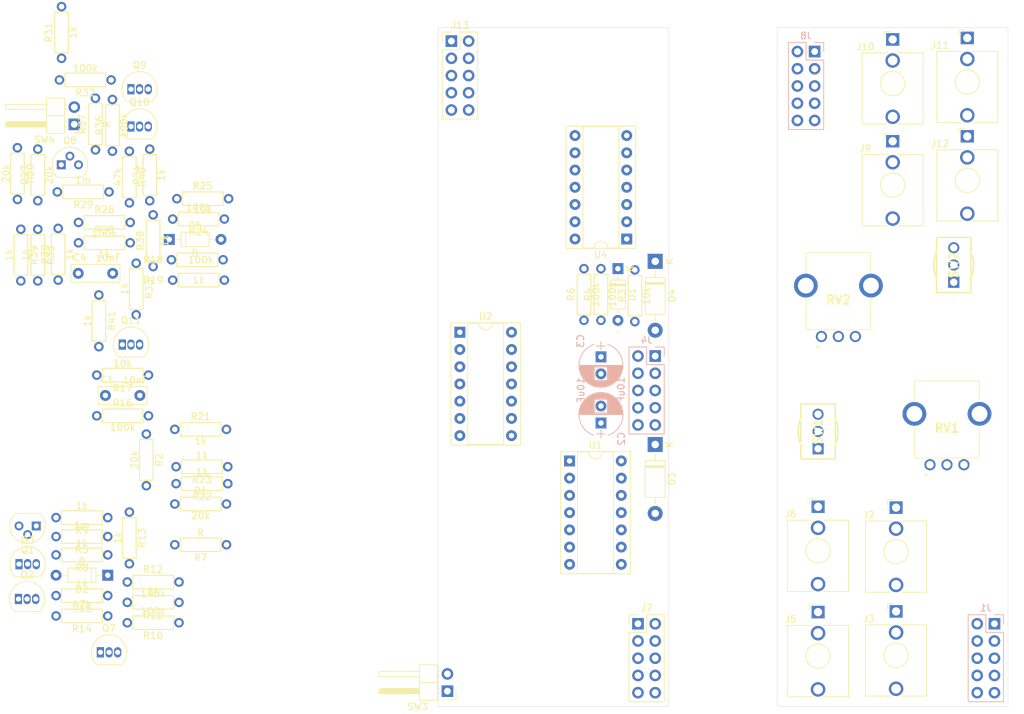
<source format=kicad_pcb>
(kicad_pcb (version 20240108) (generator "pcbnew") (generator_version "8.0")
  (layers (0 "F.Cu" signal) (31 "B.Cu" signal) (34 "B.Paste" user) (35 "F.Paste" user) (36 "B.SilkS" user "B.Silkscreen") (37 "F.SilkS" user "F.Silkscreen") (38 "B.Mask" user) (39 "F.Mask" user) (44 "Edge.Cuts" user))
  (net 0 "")
  (net 1 "Net-(J1-Pin_8)")
  (net 3 "Net-(U2-Pad2)")
  (net 10 "GND2")
  (net 11 "/front_panel/POT_1")
  (net 12 "Net-(J1-Pin_4)")
  (net 13 "Net-(J1-Pin_6)")
  (net 14 "Net-(J1-Pin_9)")
  (net 15 "Net-(J1-Pin_5)")
  (net 16 "Net-(J1-Pin_3)")
  (net 17 "GND1")
  (net 19 "Net-(J8-Pin_6)")
  (net 20 "Net-(J8-Pin_5)")
  (net 22 "Net-(J8-Pin_3)")
  (net 23 "Net-(J8-Pin_2)")
  (net 24 "Net-(J8-Pin_7)")
  (net 25 "Net-(J8-Pin_9)")
  (net 26 "Net-(J8-Pin_8)")
  (net 27 "Net-(J8-Pin_4)")
  (net 34 "Net-(Q2-B)")
  (net 35 "Net-(Q7-B)")
  (net 36 "Net-(Q7-C)")
  (net 37 "Net-(C1-Pad1)")
  (net 38 "/A/BUTTON_XOR")
  (net 39 "Net-(D2-K)")
  (net 40 "Net-(D2-A)")
  (net 41 "Net-(D3-K)")
  (net 42 "Net-(D4-A)")
  (net 43 "/A/CV_OUT_PIN")
  (net 44 "/A/POT_2")
  (net 45 "/A/TOGGLE_OUT")
  (net 46 "/A/TRIG_OUT_PIN")
  (net 47 "/A/CV_IN_PIN")
  (net 48 "/A/GATE_OUT_PIN")
  (net 49 "Net-(Q1-D)")
  (net 50 "Net-(Q1-S)")
  (net 51 "Net-(Q2-C)")
  (net 52 "Net-(Q3-B)")
  (net 53 "Net-(Q3-E)")
  (net 54 "Net-(U1A--)")
  (net 55 "Net-(U1C--)")
  (net 56 "Net-(R17-Pad2)")
  (net 57 "Net-(R19-Pad1)")
  (net 58 "Net-(U1D--)")
  (net 59 "Net-(R21-Pad1)")
  (net 60 "Net-(R22-Pad2)")
  (net 61 "-12V")
  (net 62 "+12V")
  (net 63 "+5V")
  (net 64 "+2.5V")
  (net 66 "Net-(C4-Pad1)")
  (net 67 "/B/BUTTON_XOR")
  (net 68 "Net-(D5-K)")
  (net 69 "Net-(D5-A)")
  (net 71 "/B/CV_IN_PIN")
  (net 72 "/B/GATE_OUT_PIN")
  (net 73 "/B/CV_OUT_PIN")
  (net 74 "/B/TOGGLE_OUT")
  (net 75 "/B/POT_2")
  (net 76 "/B/TRIG_OUT_PIN")
  (net 77 "Net-(Q8-S)")
  (net 78 "Net-(Q8-D)")
  (net 79 "Net-(Q9-B)")
  (net 80 "Net-(Q10-C)")
  (net 81 "Net-(Q10-B)")
  (net 82 "Net-(Q10-E)")
  (net 83 "Net-(Q11-B)")
  (net 84 "Net-(Q11-C)")
  (net 85 "Net-(U4A--)")
  (net 86 "Net-(R25-Pad2)")
  (net 87 "Net-(R28-Pad1)")
  (net 88 "Net-(R30-Pad1)")
  (net 89 "Net-(U4D--)")
  (net 90 "Net-(R35-Pad2)")
  (net 91 "Net-(U4C--)")
  (net 92 "Net-(U2-Pad10)")
  (footprint "PCM_4ms_Resistor:R_Axial_DIN0207_L6.3mm_D2.5mm_P7.62mm_Horizontal" (layer "F.Cu") (at 47.5 127.69)
    (property "Reference" "R8" (at 0 1.89 0) (layer "F.SilkS") (effects (font (size 1.016 1.016) (thickness 0.1524))))
    (property "Value" "1k" (at 0 -1.71 0) (layer "F.SilkS") (effects (font (size 1.016 1.016) (thickness 0.1524))))
    (pad "1" thru_hole circle (at -3.81 0) (size 1.397 1.397) (drill 0.8128) (layers "*.Cu" "*.Mask") (net 49 "Net-(Q1-D)"))
    (pad "2" thru_hole circle (at 3.81 0) (size 1.397 1.397) (drill 0.8128) (layers "*.Cu" "*.Mask") (net 17 "GND1"))
  )
  (footprint "PCM_4ms_Resistor:R_Axial_DIN0207_L6.3mm_D2.5mm_P7.62mm_Horizontal" (layer "F.Cu") (at 48 57.69)
    (property "Reference" "R32" (at 0 1.89 0) (layer "F.SilkS") (effects (font (size 1.016 1.016) (thickness 0.1524))))
    (property "Value" "100k" (at 0 -1.71 0) (layer "F.SilkS") (effects (font (size 1.016 1.016) (thickness 0.1524))))
    (pad "1" thru_hole circle (at -3.81 0) (size 1.397 1.397) (drill 0.8128) (layers "*.Cu" "*.Mask") (net 82 "Net-(Q10-E)"))
    (pad "2" thru_hole circle (at 3.81 0) (size 1.397 1.397) (drill 0.8128) (layers "*.Cu" "*.Mask") (net 79 "Net-(Q9-B)"))
  )
  (footprint "PCM_4ms_Resistor:R_Axial_DIN0207_L6.3mm_D2.5mm_P7.62mm_Horizontal" (layer "F.Cu") (at 65 126.19)
    (property "Reference" "R7" (at 0 1.89 0) (layer "F.SilkS") (effects (font (size 1.016 1.016) (thickness 0.1524))))
    (property "Value" "R" (at 0 -1.71 0) (layer "F.SilkS") (effects (font (size 1.016 1.016) (thickness 0.1524))))
    (pad "1" thru_hole circle (at -3.81 0) (size 1.397 1.397) (drill 0.8128) (layers "*.Cu" "*.Mask") (net 38 "/A/BUTTON_XOR"))
    (pad "2" thru_hole circle (at 3.81 0) (size 1.397 1.397) (drill 0.8128) (layers "*.Cu" "*.Mask") (net 48 "/A/GATE_OUT_PIN"))
  )
  (footprint "Connector_Audio:Jack_3.5mm_QingPu_WQP-PJ398SM_Vertical_CircularHoles" (layer "F.Cu") (at 178 66)
    (property "Reference" "J12" (at -4.03 1.08 180) (layer "F.SilkS"))
    (property "Value" "TRIG_OUT")
    (pad "S" thru_hole rect (at 0 0 180) (size 1.93 1.83) (drill 1.22) (layers "*.Cu" "*.Mask") (net 10 "GND2"))
    (pad "T" thru_hole circle (at 0 11.4 180) (size 2.13 2.13) (drill 1.43) (layers "*.Cu" "*.Mask") (net 26 "Net-(J8-Pin_8)"))
    (pad "TN" thru_hole circle (at 0 3.1 180) (size 2.13 2.13) (drill 1.42) (layers "*.Cu" "*.Mask"))
  )
  (footprint "PCM_4ms_Resistor:R_Axial_DIN0207_L6.3mm_D2.5mm_P7.62mm_Horizontal" (layer "F.Cu") (at 53.5 101.19)
    (property "Reference" "R17" (at 0 1.89 0) (layer "F.SilkS") (effects (font (size 1.016 1.016) (thickness 0.1524))))
    (property "Value" "10k" (at 0 -1.71 0) (layer "F.SilkS") (effects (font (size 1.016 1.016) (thickness 0.1524))))
    (pad "1" thru_hole circle (at -3.81 0) (size 1.397 1.397) (drill 0.8128) (layers "*.Cu" "*.Mask") (net 37 "Net-(C1-Pad1)"))
    (pad "2" thru_hole circle (at 3.81 0) (size 1.397 1.397) (drill 0.8128) (layers "*.Cu" "*.Mask") (net 56 "Net-(R17-Pad2)"))
  )
  (footprint "Package_TO_SOT_THT:TO-92_Inline" (layer "F.Cu") (at 50.23 142.05)
    (property "Reference" "Q7" (at 1.27 -3.56 0) (layer "F.SilkS"))
    (property "Value" "BC557")
    (pad "1" thru_hole rect (at 0 0) (size 1.05 1.5) (drill 0.75) (layers "*.Cu" "*.Mask") (net 36 "Net-(Q7-C)"))
    (pad "2" thru_hole oval (at 1.27 0) (size 1.05 1.5) (drill 0.75) (layers "*.Cu" "*.Mask") (net 35 "Net-(Q7-B)"))
    (pad "3" thru_hole oval (at 2.54 0) (size 1.05 1.5) (drill 0.75) (layers "*.Cu" "*.Mask") (net 63 "+5V"))
  )
  (footprint "PCM_4ms_Resistor:R_Axial_DIN0207_L6.3mm_D2.5mm_P7.62mm_Horizontal" (layer "F.Cu") (at 65.31 75.19 180)
    (property "Reference" "R25" (at 0 1.89 360) (layer "F.SilkS") (effects (font (size 1.016 1.016) (thickness 0.1524))))
    (property "Value" "10k" (at 0 -1.71 360) (layer "F.SilkS") (effects (font (size 1.016 1.016) (thickness 0.1524))))
    (pad "1" thru_hole circle (at -3.81 0 180) (size 1.397 1.397) (drill 0.8128) (layers "*.Cu" "*.Mask") (net 66 "Net-(C4-Pad1)"))
    (pad "2" thru_hole circle (at 3.81 0 180) (size 1.397 1.397) (drill 0.8128) (layers "*.Cu" "*.Mask") (net 86 "Net-(R25-Pad2)"))
  )
  (footprint "Connector_PinHeader_2.54mm:PinHeader_1x02_P2.54mm_Horizontal" (layer "F.Cu") (at 101.375 147.775 180)
    (property "Reference" "SW3" (at 4.385 -2.27 0) (layer "F.SilkS"))
    (property "Value" "ARCADE_BTN")
    (pad "1" thru_hole rect (at 0 0 180) (size 1.7 1.7) (drill 1) (layers "*.Cu" "*.Mask") (net 63 "+5V"))
    (pad "2" thru_hole oval (at 0 2.54 180) (size 1.7 1.7) (drill 1) (layers "*.Cu" "*.Mask") (net 53 "Net-(Q3-E)"))
  )
  (footprint "Connector_Audio:Jack_3.5mm_QingPu_WQP-PJ398SM_Vertical_CircularHoles" (layer "F.Cu") (at 156 136.12)
    (property "Reference" "J5" (at -4.03 1.08 180) (layer "F.SilkS"))
    (property "Value" "GATE_OUT")
    (pad "S" thru_hole rect (at 0 0 180) (size 1.93 1.83) (drill 1.22) (layers "*.Cu" "*.Mask") (net 10 "GND2"))
    (pad "T" thru_hole circle (at 0 11.4 180) (size 2.13 2.13) (drill 1.43) (layers "*.Cu" "*.Mask") (net 13 "Net-(J1-Pin_6)"))
    (pad "TN" thru_hole circle (at 0 3.1 180) (size 2.13 2.13) (drill 1.42) (layers "*.Cu" "*.Mask"))
  )
  (footprint "PCM_4ms_Capacitor:C_Disc_P5.08mm" (layer "F.Cu") (at 53.5 104.19)
    (property "Reference" "C1" (at -2.32 -2.31 0) (layer "F.SilkS") (effects (font (size 1.016 1.016) (thickness 0.1524))))
    (property "Value" "10nF" (at 1.87 -2.28 0) (layer "F.SilkS") (effects (font (size 1.016 1.016) (thickness 0.1524))))
    (pad "1" thru_hole circle (at -2.54 0) (size 1.6 1.6) (drill 0.8) (layers "*.Cu" "*.Mask") (net 37 "Net-(C1-Pad1)"))
    (pad "2" thru_hole circle (at 2.54 0) (size 1.6 1.6) (drill 0.8) (layers "*.Cu" "*.Mask") (net 38 "/A/BUTTON_XOR"))
  )
  (footprint "PCM_4ms_Resistor:R_Axial_DIN0207_L6.3mm_D2.5mm_P7.62mm_Horizontal" (layer "F.Cu") (at 124 89.31 -90)
    (property "Reference" "R4" (at 0 1.89 90) (layer "F.SilkS") (effects (font (size 1.016 1.016) (thickness 0.1524))))
    (property "Value" "100k" (at 0 -1.71 90) (layer "F.SilkS") (effects (font (size 1.016 1.016) (thickness 0.1524))))
    (pad "1" thru_hole circle (at -3.81 0 270) (size 1.397 1.397) (drill 0.8128) (layers "*.Cu" "*.Mask") (net 63 "+5V"))
    (pad "2" thru_hole circle (at 3.81 0 270) (size 1.397 1.397) (drill 0.8128) (layers "*.Cu" "*.Mask") (net 17 "GND1"))
  )
  (footprint "PCM_4ms_Resistor:R_Axial_DIN0207_L6.3mm_D2.5mm_P7.62mm_Horizontal" (layer "F.Cu") (at 53.5 107.19 180)
    (property "Reference" "R16" (at 0 1.89 0) (layer "F.SilkS") (effects (font (size 1.016 1.016) (thickness 0.1524))))
    (property "Value" "100k" (at 0 -1.71 0) (layer "F.SilkS") (effects (font (size 1.016 1.016) (thickness 0.1524))))
    (pad "1" thru_hole circle (at -3.81 0 180) (size 1.397 1.397) (drill 0.8128) (layers "*.Cu" "*.Mask") (net 38 "/A/BUTTON_XOR"))
    (pad "2" thru_hole circle (at 3.81 0 180) (size 1.397 1.397) (drill 0.8128) (layers "*.Cu" "*.Mask") (net 17 "GND1"))
  )
  (footprint "PCM_4ms_Resistor:R_Axial_DIN0207_L6.3mm_D2.5mm_P7.62mm_Horizontal" (layer "F.Cu") (at 47.5 136.69)
    (property "Reference" "R14" (at 0 1.89 0) (layer "F.SilkS") (effects (font (size 1.016 1.016) (thickness 0.1524))))
    (property "Value" "47k" (at 0 -1.71 0) (layer "F.SilkS") (effects (font (size 1.016 1.016) (thickness 0.1524))))
    (pad "1" thru_hole circle (at -3.81 0) (size 1.397 1.397) (drill 0.8128) (layers "*.Cu" "*.Mask") (net 51 "Net-(Q2-C)"))
    (pad "2" thru_hole circle (at 3.81 0) (size 1.397 1.397) (drill 0.8128) (layers "*.Cu" "*.Mask") (net 35 "Net-(Q7-B)"))
  )
  (footprint "PCM_4ms_Resistor:R_Axial_DIN0207_L6.3mm_D2.5mm_P7.62mm_Horizontal" (layer "F.Cu") (at 49.5 64.19 -90)
    (property "Reference" "R37" (at 0 1.89 90) (layer "F.SilkS") (effects (font (size 1.016 1.016) (thickness 0.1524))))
    (property "Value" "R" (at 0 -1.71 90) (layer "F.SilkS") (effects (font (size 1.016 1.016) (thickness 0.1524))))
    (pad "1" thru_hole circle (at -3.81 0 270) (size 1.397 1.397) (drill 0.8128) (layers "*.Cu" "*.Mask") (net 67 "/B/BUTTON_XOR"))
    (pad "2" thru_hole circle (at 3.81 0 270) (size 1.397 1.397) (drill 0.8128) (layers "*.Cu" "*.Mask") (net 72 "/B/GATE_OUT_PIN"))
  )
  (footprint "PCM_4ms_Resistor:R_Axial_DIN0207_L6.3mm_D2.5mm_P7.62mm_Horizontal" (layer "F.Cu") (at 55.5 88.5 90)
    (property "Reference" "R33" (at 0 1.89 90) (layer "F.SilkS") (effects (font (size 1.016 1.016) (thickness 0.1524))))
    (property "Value" "1k" (at 0 -1.71 90) (layer "F.SilkS") (effects (font (size 1.016 1.016) (thickness 0.1524))))
    (pad "1" thru_hole circle (at -3.81 0 90) (size 1.397 1.397) (drill 0.8128) (layers "*.Cu" "*.Mask") (net 78 "Net-(Q8-D)"))
    (pad "2" thru_hole circle (at 3.81 0 90) (size 1.397 1.397) (drill 0.8128) (layers "*.Cu" "*.Mask") (net 17 "GND1"))
  )
  (footprint "Connector_PinHeader_2.54mm:PinHeader_2x05_P2.54mm_Vertical" (layer "F.Cu") (at 101.96 51.96)
    (property "Reference" "J13" (at 1.27 -2.33 0) (layer "F.SilkS"))
    (property "Value" "PANEL_HEADER_B")
    (pad "1" thru_hole rect (at 0 0) (size 1.7 1.7) (drill 1) (layers "*.Cu" "*.Mask") (net 17 "GND1"))
    (pad "2" thru_hole oval (at 2.54 0) (size 1.7 1.7) (drill 1) (layers "*.Cu" "*.Mask") (net 71 "/B/CV_IN_PIN"))
    (pad "3" thru_hole oval (at 0 2.54) (size 1.7 1.7) (drill 1) (layers "*.Cu" "*.Mask") (net 74 "/B/TOGGLE_OUT"))
    (pad "4" thru_hole oval (at 2.54 2.54) (size 1.7 1.7) (drill 1) (layers "*.Cu" "*.Mask") (net 73 "/B/CV_OUT_PIN"))
    (pad "5" thru_hole oval (at 0 5.08) (size 1.7 1.7) (drill 1) (layers "*.Cu" "*.Mask") (net 63 "+5V"))
    (pad "6" thru_hole oval (at 2.54 5.08) (size 1.7 1.7) (drill 1) (layers "*.Cu" "*.Mask") (net 72 "/B/GATE_OUT_PIN"))
    (pad "7" thru_hole oval (at 0 7.62) (size 1.7 1.7) (drill 1) (layers "*.Cu" "*.Mask"))
    (pad "8" thru_hole oval (at 2.54 7.62) (size 1.7 1.7) (drill 1) (layers "*.Cu" "*.Mask") (net 76 "/B/TRIG_OUT_PIN"))
    (pad "9" thru_hole oval (at 0 10.16) (size 1.7 1.7) (drill 1) (layers "*.Cu" "*.Mask") (net 75 "/B/POT_2"))
    (pad "10" thru_hole oval (at 2.54 10.16) (size 1.7 1.7) (drill 1) (layers "*.Cu" "*.Mask"))
  )
  (footprint "PCM_4ms_Resistor:R_Axial_DIN0207_L6.3mm_D2.5mm_P7.62mm_Horizontal" (layer "F.Cu") (at 64.69 78.19)
    (property "Reference" "R24" (at 0 1.89 0) (layer "F.SilkS") (effects (font (size 1.016 1.016) (thickness 0.1524))))
    (property "Value" "100k" (at 0 -1.71 0) (layer "F.SilkS") (effects (font (size 1.016 1.016) (thickness 0.1524))))
    (pad "1" thru_hole circle (at -3.81 0) (size 1.397 1.397) (drill 0.8128) (layers "*.Cu" "*.Mask") (net 67 "/B/BUTTON_XOR"))
    (pad "2" thru_hole circle (at 3.81 0) (size 1.397 1.397) (drill 0.8128) (layers "*.Cu" "*.Mask") (net 17 "GND1"))
  )
  (footprint "PCM_4ms_Resistor:R_Axial_DIN0207_L6.3mm_D2.5mm_P7.62mm_Horizontal" (layer "F.Cu") (at 121.5 89.31 -90)
    (property "Reference" "R6" (at 0 1.89 90) (layer "F.SilkS") (effects (font (size 1.016 1.016) (thickness 0.1524))))
    (property "Value" "100k" (at 0 -1.71 90) (layer "F.SilkS") (effects (font (size 1.016 1.016) (thickness 0.1524))))
    (pad "1" thru_hole circle (at -3.81 0 270) (size 1.397 1.397) (drill 0.8128) (layers "*.Cu" "*.Mask") (net 63 "+5V"))
    (pad "2" thru_hole circle (at 3.81 0 270) (size 1.397 1.397) (drill 0.8128) (layers "*.Cu" "*.Mask") (net 64 "+2.5V"))
  )
  (footprint "Diode_THT:D_DO-41_SOD81_P10.16mm_Horizontal" (layer "F.Cu") (at 132 111.42 -90)
    (property "Reference" "D3" (at 5.08 -2.47 90) (layer "F.SilkS"))
    (property "Value" "1N5817")
    (fp_text user "K" (at 0 -2.1 90) (layer "F.SilkS"))
    (pad "1" thru_hole rect (at 0 0 270) (size 2.2 2.2) (drill 1.1) (layers "*.Cu" "*.Mask") (net 41 "Net-(D3-K)"))
    (pad "2" thru_hole oval (at 10.16 0 270) (size 2.2 2.2) (drill 1.1) (layers "*.Cu" "*.Mask") (net 61 "-12V"))
  )
  (footprint "PCM_4ms_Resistor:R_Axial_DIN0207_L6.3mm_D2.5mm_P7.62mm_Horizontal" (layer "F.Cu") (at 41 71.69 -90)
    (property "Reference" "R27" (at 0 1.89 90) (layer "F.SilkS") (effects (font (size 1.016 1.016) (thickness 0.1524))))
    (property "Value" "20k" (at 0 -1.71 90) (layer "F.SilkS") (effects (font (size 1.016 1.016) (thickness 0.1524))))
    (pad "1" thru_hole circle (at -3.81 0 270) (size 1.397 1.397) (drill 0.8128) (layers "*.Cu" "*.Mask") (net 85 "Net-(U4A--)"))
    (pad "2" thru_hole circle (at 3.81 0 270) (size 1.397 1.397) (drill 0.8128) (layers "*.Cu" "*.Mask") (net 77 "Net-(Q8-S)"))
  )
  (footprint "mouser:200MSP1T1B1M2QE" (layer "F.Cu") (at 156 112.04 90)
    (property "Reference" "SW1" (at 2.54 0 -90) (layer "F.SilkS") (effects (font (size 1.27 1.27) (thickness 0.254))))
    (property "Value" "SW_SPDT" (hide yes))
    (pad "1" thru_hole rect (at 0 0 90) (size 1.635 1.635) (drill 1.09) (layers "*.Cu" "*.Mask"))
    (pad "2" thru_hole circle (at 2.54 0 90) (size 1.635 1.635) (drill 1.09) (layers "*.Cu" "*.Mask") (net 15 "Net-(J1-Pin_5)"))
    (pad "3" thru_hole circle (at 5.08 0 90) (size 1.635 1.635) (drill 1.09) (layers "*.Cu" "*.Mask") (net 16 "Net-(J1-Pin_3)"))
  )
  (footprint "PCM_4ms_Resistor:R_Axial_DIN0207_L6.3mm_D2.5mm_P7.62mm_Horizontal" (layer "F.Cu") (at 64.5 84.19)
    (property "Reference" "R18" (at -6.5 0 0) (layer "F.SilkS") (effects (font (size 1.016 1.016) (thickness 0.1524))))
    (property "Value" "100k" (at 0.5 0 0) (layer "F.SilkS") (effects (font (size 1.016 1.016) (thickness 0.1524))))
    (pad "1" thru_hole circle (at -3.81 0) (size 1.397 1.397) (drill 0.8128) (layers "*.Cu" "*.Mask") (net 17 "GND1"))
    (pad "2" thru_hole circle (at 3.81 0) (size 1.397 1.397) (drill 0.8128) (layers "*.Cu" "*.Mask") (net 56 "Net-(R17-Pad2)"))
  )
  (footprint "mouser:200MSP1T1B1M2QE" (layer "F.Cu") (at 176 87.5 90)
    (property "Reference" "SW2" (at 2.54 0 90) (layer "F.SilkS") (effects (font (size 1.27 1.27) (thickness 0.254))))
    (property "Value" "SW_SPDT" (hide yes))
    (pad "1" thru_hole rect (at 0 0 90) (size 1.635 1.635) (drill 1.09) (layers "*.Cu" "*.Mask"))
    (pad "2" thru_hole circle (at 2.54 0 90) (size 1.635 1.635) (drill 1.09) (layers "*.Cu" "*.Mask") (net 20 "Net-(J8-Pin_5)"))
    (pad "3" thru_hole circle (at 5.08 0 90) (size 1.635 1.635) (drill 1.09) (layers "*.Cu" "*.Mask") (net 22 "Net-(J8-Pin_3)"))
  )
  (footprint "Package_TO_SOT_THT:TO-92_Inline" (layer "F.Cu") (at 53.46 96.69)
    (property "Reference" "Q11" (at 1.27 -3.56 0) (layer "F.SilkS"))
    (property "Value" "BC557")
    (pad "1" thru_hole rect (at 0 0) (size 1.05 1.5) (drill 0.75) (layers "*.Cu" "*.Mask") (net 84 "Net-(Q11-C)"))
    (pad "2" thru_hole oval (at 1.27 0) (size 1.05 1.5) (drill 0.75) (layers "*.Cu" "*.Mask") (net 83 "Net-(Q11-B)"))
    (pad "3" thru_hole oval (at 2.54 0) (size 1.05 1.5) (drill 0.75) (layers "*.Cu" "*.Mask") (net 63 "+5V"))
  )
  (footprint "PCM_4ms_Resistor:R_Axial_DIN0207_L6.3mm_D2.5mm_P7.62mm_Horizontal" (layer "F.Cu") (at 58 131.69 180)
    (property "Reference" "R12" (at 0 1.89 0) (layer "F.SilkS") (effects (font (size 1.016 1.016) (thickness 0.1524))))
    (property "Value" "100k" (at 0 -1.71 0) (layer "F.SilkS") (effects (font (size 1.016 1.016) (thickness 0.1524))))
    (pad "1" thru_hole circle (at -3.81 0 180) (size 1.397 1.397) (drill 0.8128) (layers "*.Cu" "*.Mask") (net 45 "/A/TOGGLE_OUT"))
    (pad "2" thru_hole circle (at 3.81 0 180) (size 1.397 1.397) (drill 0.8128) (layers "*.Cu" "*.Mask") (net 52 "Net-(Q3-B)"))
  )
  (footprint "Package_TO_SOT_THT:TO-92_Inline" (layer "F.Cu") (at 38.15 134.19)
    (property "Reference" "Q2" (at 1.27 -3.56 0) (layer "F.SilkS"))
    (property "Value" "BC547")
    (pad "1" thru_hole rect (at 0 0) (size 1.05 1.5) (drill 0.75) (layers "*.Cu" "*.Mask") (net 51 "Net-(Q2-C)"))
    (pad "2" thru_hole oval (at 1.27 0) (size 1.05 1.5) (drill 0.75) (layers "*.Cu" "*.Mask") (net 34 "Net-(Q2-B)"))
    (pad "3" thru_hole oval (at 2.54 0) (size 1.05 1.5) (drill 0.75) (layers "*.Cu" "*.Mask") (net 45 "/A/TOGGLE_OUT"))
  )
  (footprint "PCM_4ms_Resistor:R_Axial_DIN0207_L6.3mm_D2.5mm_P7.62mm_Horizontal" (layer "F.Cu") (at 54.5 125.19 90)
    (property "Reference" "R13" (at 0 1.89 90) (layer "F.SilkS") (effects (font (size 1.016 1.016) (thickness 0.1524))))
    (property "Value" "1k" (at 0 -1.71 90) (layer "F.SilkS") (effects (font (size 1.016 1.016) (thickness 0.1524))))
    (pad "1" thru_hole circle (at -3.81 0 90) (size 1.397 1.397) (drill 0.8128) (layers "*.Cu" "*.Mask") (net 43 "/A/CV_OUT_PIN"))
    (pad "2" thru_hole circle (at 3.81 0 90) (size 1.397 1.397) (drill 0.8128) (layers "*.Cu" "*.Mask") (net 55 "Net-(U1C--)"))
  )
  (footprint "PCM_4ms_Resistor:R_Axial_DIN0207_L6.3mm_D2.5mm_P7.62mm_Horizontal" (layer "F.Cu") (at 44 83.38 -90)
    (property "Reference" "R30" (at 0 1.89 90) (layer "F.SilkS") (effects (font (size 1.016 1.016) (thickness 0.1524))))
    (property "Value" "1k" (at 0 -1.71 90) (layer "F.SilkS") (effects (font (size 1.016 1.016) (thickness 0.1524))))
    (pad "1" thru_hole circle (at -3.81 0 270) (size 1.397 1.397) (drill 0.8128) (layers "*.Cu" "*.Mask") (net 88 "Net-(R30-Pad1)"))
    (pad "2" thru_hole circle (at 3.81 0 270) (size 1.397 1.397) (drill 0.8128) (layers "*.Cu" "*.Mask") (net 89 "Net-(U4D--)"))
  )
  (footprint "PCM_4ms_Resistor:R_Axial_DIN0207_L6.3mm_D2.5mm_P7.62mm_Horizontal" (layer "F.Cu") (at 38 71.49 90)
    (property "Reference" "R20" (at 0 1.89 90) (layer "F.SilkS") (effects (font (size 1.016 1.016) (thickness 0.1524))))
    (property "Value" "20k" (at 0 -1.71 90) (layer "F.SilkS") (effects (font (size 1.016 1.016) (thickness 0.1524))))
    (pad "1" thru_hole circle (at -3.81 0 90) (size 1.397 1.397) (drill 0.8128) (layers "*.Cu" "*.Mask") (net 71 "/B/CV_IN_PIN"))
    (pad "2" thru_hole circle (at 3.81 0 90) (size 1.397 1.397) (drill 0.8128) (layers "*.Cu" "*.Mask") (net 85 "Net-(U4A--)"))
  )
  (footprint "PCM_4ms_Resistor:R_Axial_DIN0207_L6.3mm_D2.5mm_P7.62mm_Horizontal" (layer "F.Cu") (at 47.69 74.19)
    (property "Reference" "R29" (at 0 1.89 360) (layer "F.SilkS") (effects (font (size 1.016 1.016) (thickness 0.1524))))
    (property "Value" "1m" (at 0 -1.71 360) (layer "F.SilkS") (effects (font (size 1.016 1.016) (thickness 0.1524))))
    (pad "1" thru_hole circle (at -3.81 0) (size 1.397 1.397) (drill 0.8128) (layers "*.Cu" "*.Mask") (net 77 "Net-(Q8-S)"))
    (pad "2" thru_hole circle (at 3.81 0) (size 1.397 1.397) (drill 0.8128) (layers "*.Cu" "*.Mask") (net 69 "Net-(D5-A)"))
  )
  (footprint "Package_TO_SOT_THT:TO-92_Inline" (layer "F.Cu") (at 38.23 129.05)
    (property "Reference" "Q3" (at 1.27 -3.56 0) (layer "F.SilkS"))
    (property "Value" "BC547")
    (pad "1" thru_hole rect (at 0 0) (size 1.05 1.5) (drill 0.75) (layers "*.Cu" "*.Mask") (net 51 "Net-(Q2-C)"))
    (pad "2" thru_hole oval (at 1.27 0) (size 1.05 1.5) (drill 0.75) (layers "*.Cu" "*.Mask") (net 52 "Net-(Q3-B)"))
    (pad "3" thru_hole oval (at 2.54 0) (size 1.05 1.5) (drill 0.75) (layers "*.Cu" "*.Mask") (net 53 "Net-(Q3-E)"))
  )
  (footprint "PCM_4ms_Resistor:R_Axial_DIN0207_L6.3mm_D2.5mm_P7.62mm_Horizontal" (layer "F.Cu") (at 41 83.5 90)
    (property "Reference" "R35" (at 0 1.89 90) (layer "F.SilkS") (effects (font (size 1.016 1.016) (thickness 0.1524))))
    (property "Value" "1k" (at 0 -1.71 90) (layer "F.SilkS") (effects (font (size 1.016 1.016) (thickness 0.1524))))
    (pad "1" thru_hole circle (at -3.81 0 90) (size 1.397 1.397) (drill 0.8128) (layers "*.Cu" "*.Mask") (net 89 "Net-(U4D--)"))
    (pad "2" thru_hole circle (at 3.81 0 90) (size 1.397 1.397) (drill 0.8128) (layers "*.Cu" "*.Mask") (net 90 "Net-(R35-Pad2)"))
  )
  (footprint "PCM_4ms_Resistor:R_Axial_DIN0207_L6.3mm_D2.5mm_P7.62mm_Horizontal" (layer "F.Cu") (at 65 120.19 180)
    (property "Reference" "R1" (at 0 1.89 0) (layer "F.SilkS") (effects (font (size 1.016 1.016) (thickness 0.1524))))
    (property "Value" "20k" (at 0 -1.71 0) (layer "F.SilkS") (effects (font (size 1.016 1.016) (thickness 0.1524))))
    (pad "1" thru_hole circle (at -3.81 0 180) (size 1.397 1.397) (drill 0.8128) (layers "*.Cu" "*.Mask") (net 47 "/A/CV_IN_PIN"))
    (pad "2" thru_hole circle (at 3.81 0 180) (size 1.397 1.397) (drill 0.8128) (layers "*.Cu" "*.Mask") (net 54 "Net-(U1A--)"))
  )
  (footprint "mouser:RD901F4015R1B10K00DL1" (layer "F.Cu") (at 172.5 114.4)
    (property "Reference" "RV1" (at 2.5 -5.4 0) (layer "F.SilkS") (effects (font (size 1.27 1.27) (thickness 0.254))))
    (property "Value" "R_Potentiometer" (hide yes))
    (pad "1" thru_hole circle (at 0 0) (size 1.65 1.65) (drill 1.1) (layers "*.Cu" "*.Mask") (net 11 "/front_panel/POT_1"))
    (pad "2" thru_hole circle (at 2.5 0) (size 1.65 1.65) (drill 1.1) (layers "*.Cu" "*.Mask") (net 14 "Net-(J1-Pin_9)"))
    (pad "3" thru_hole circle (at 5 0) (size 1.65 1.65) (drill 1.1) (layers "*.Cu" "*.Mask") (net 10 "GND2"))
    (pad "MH1" thru_hole circle (at -2.3 -7.5) (size 3.495 3.495) (drill 2.33) (layers "*.Cu" "*.Mask"))
    (pad "MH2" thru_hole circle (at 7.3 -7.5) (size 3.495 3.495) (drill 2.33) (layers "*.Cu" "*.Mask"))
  )
  (footprint "PCM_4ms_Resistor:R_Axial_DIN0207_L6.3mm_D2.5mm_P7.62mm_Horizontal" (layer "F.Cu") (at 50.81 78.69 180)
    (property "Reference" "R26" (at 0 1.89 360) (layer "F.SilkS") (effects (font (size 1.016 1.016) (thickness 0.1524))))
    (property "Value" "100k" (at 0 -1.71 360) (layer "F.SilkS") (effects (font (size 1.016 1.016) (thickness 0.1524))))
    (pad "1" thru_hole circle (at -3.81 0 180) (size 1.397 1.397) (drill 0.8128) (layers "*.Cu" "*.Mask") (net 17 "GND1"))
    (pad "2" thru_hole circle (at 3.81 0 180) (size 1.397 1.397) (drill 0.8128) (layers "*.Cu" "*.Mask") (net 86 "Net-(R25-Pad2)"))
  )
  (footprint "PCM_4ms_Resistor:R_Axial_DIN0207_L6.3mm_D2.5mm_P7.62mm_Horizontal" (layer "F.Cu") (at 47.5 122.19)
    (property "Reference" "R9" (at 0 1.89 0) (layer "F.SilkS") (effects (font (size 1.016 1.016) (thickness 0.1524))))
    (property "Value" "1k" (at 0 -1.71 0) (layer "F.SilkS") (effects (font (size 1.016 1.016) (thickness 0.1524))))
    (pad "1" thru_hole circle (at -3.81 0) (size 1.397 1.397) (drill 0.8128) (layers "*.Cu" "*.Mask") (net 17 "GND1"))
    (pad "2" thru_hole circle (at 3.81 0) (size 1.397 1.397) (drill 0.8128) (layers "*.Cu" "*.Mask") (net 53 "Net-(Q3-E)"))
  )
  (footprint "PCM_4ms_Resistor:R_Axial_DIN0207_L6.3mm_D2.5mm_P7.62mm_Horizontal" (layer "F.Cu") (at 38.5 83.5 90)
    (property "Reference" "R39" (at 0 1.89 90) (layer "F.SilkS") (effects (font (size 1.016 1.016) (thickness 0.1524))))
    (property "Value" "1k" (at 0 -1.71 90) (layer "F.SilkS") (effects (font (size 1.016 1.016) (thickness 0.1524))))
    (pad "1" thru_hole circle (at -3.81 0 90) (size 1.397 1.397) (drill 0.8128) (layers "*.Cu" "*.Mask") (net 90 "Net-(R35-Pad2)"))
    (pad "2" thru_hole circle (at 3.81 0 90) (size 1.397 1.397) (drill 0.8128) (layers "*.Cu" "*.Mask") (net 76 "/B/TRIG_OUT_PIN"))
  )
  (footprint "PCM_4ms_Resistor:R_Axial_DIN0207_L6.3mm_D2.5mm_P7.62mm_Horizontal" (layer "F.Cu") (at 65 109.19 180)
    (property "Reference" "R21" (at 0 1.89 0) (layer "F.SilkS") (effects (font (size 1.016 1.016) (thickness 0.1524))))
    (property "Value" "1k" (at 0 -1.71 0) (layer "F.SilkS") (effects (font (size 1.016 1.016) (thickness 0.1524))))
    (pad "1" thru_hole circle (at -3.81 0 180) (size 1.397 1.397) (drill 0.8128) (layers "*.Cu" "*.Mask") (net 59 "Net-(R21-Pad1)"))
    (pad "2" thru_hole circle (at 3.81 0 180) (size 1.397 1.397) (drill 0.8128) (layers "*.Cu" "*.Mask") (net 58 "Net-(U1D--)"))
  )
  (footprint "Connector_Audio:Jack_3.5mm_QingPu_WQP-PJ398SM_Vertical_CircularHoles" (layer "F.Cu") (at 178 51.5)
    (property "Reference" "J11" (at -4.03 1.08 180) (layer "F.SilkS"))
    (property "Value" "GATE_OUT")
    (pad "S" thru_hole rect (at 0 0 180) (size 1.93 1.83) (drill 1.22) (layers "*.Cu" "*.Mask") (net 10 "GND2"))
    (pad "T" thru_hole circle (at 0 11.4 180) (size 2.13 2.13) (drill 1.43) (layers "*.Cu" "*.Mask") (net 19 "Net-(J8-Pin_6)"))
    (pad "TN" thru_hole circle (at 0 3.1 180) (size 2.13 2.13) (drill 1.42) (layers "*.Cu" "*.Mask"))
  )
  (footprint "PCM_4ms_Resistor:R_Axial_DIN0207_L6.3mm_D2.5mm_P7.62mm_Horizontal" (layer "F.Cu") (at 54.5 72 90)
    (property "Reference" "R40" (at 0 1.89 90) (layer "F.SilkS") (effects (font (size 1.016 1.016) (thickness 0.1524))))
    (property "Value" "47k" (at 0 -1.71 90) (layer "F.SilkS") (effects (font (size 1.016 1.016) (thickness 0.1524))))
    (pad "1" thru_hole circle (at -3.81 0 90) (size 1.397 1.397) (drill 0.8128) (layers "*.Cu" "*.Mask") (net 80 "Net-(Q10-C)"))
    (pad "2" thru_hole circle (at 3.81 0 90) (size 1.397 1.397) (drill 0.8128) (layers "*.Cu" "*.Mask") (net 83 "Net-(Q11-B)"))
  )
  (footprint "PCM_4ms_Resistor:R_Axial_DIN0207_L6.3mm_D2.5mm_P7.62mm_Horizontal" (layer "F.Cu") (at 50 93.19 90)
    (property "Reference" "R41" (at 0 1.89 90) (layer "F.SilkS") (effects (font (size 1.016 1.016) (thickness 0.1524))))
    (property "Value" "1k" (at 0 -1.71 90) (layer "F.SilkS") (effects (font (size 1.016 1.016) (thickness 0.1524))))
    (pad "1" thru_hole circle (at -3.81 0 90) (size 1.397 1.397) (drill 0.8128) (layers "*.Cu" "*.Mask") (net 84 "Net-(Q11-C)"))
    (pad "2" thru_hole circle (at 3.81 0 90) (size 1.397 1.397) (drill 0.8128) (layers "*.Cu" "*.Mask") (net 17 "GND1"))
  )
  (footprint "Connector_Audio:Jack_3.5mm_QingPu_WQP-PJ398SM_Vertical_CircularHoles" (layer "F.Cu") (at 167.5 120.72)
    (property "Reference" "J2" (at -4.03 1.08 180) (layer "F.SilkS"))
    (property "Value" "CV_IN")
    (pad "S" thru_hole rect (at 0 0 180) (size 1.93 1.83) (drill 1.22) (layers "*.Cu" "*.Mask") (net 10 "GND2"))
    (pad "T" thru_hole circle (at 0 11.4 180) (size 2.13 2.13) (drill 1.43) (layers "*.Cu" "*.Mask") (net 11 "/front_panel/POT_1"))
    (pad "TN" thru_hole circle (at 0 3.1 180) (size 2.13 2.13) (drill 1.42) (layers "*.Cu" "*.Mask"))
  )
  (footprint "PCM_4ms_Resistor:R_Axial_DIN0207_L6.3mm_D2.5mm_P7.62mm_Horizontal" (layer "F.Cu") (at 52 64.38 -90)
    (property "Reference" "R36" (at 0 1.89 90) (layer "F.SilkS") (effects (font (size 1.016 1.016) (thickness 0.1524))))
    (property "Value" "100k" (at 0 -1.71 90) (layer "F.SilkS") (effects (font (size 1.016 1.016) (thickness 0.1524))))
    (pad "1" thru_hole circle (at -3.81 0 270) (size 1.397 1.397) (drill 0.8128) (layers "*.Cu" "*.Mask") (net 74 "/B/TOGGLE_OUT"))
    (pad "2" thru_hole circle (at 3.81 0 270) (size 1.397 1.397) (drill 0.8128) (layers "*.Cu" "*.Mask") (net 81 "Net-(Q10-B)"))
  )
  (footprint "PCM_4ms_Resistor:R_Axial_DIN0207_L6.3mm_D2.5mm_P7.62mm_Horizontal" (layer "F.Cu") (at 58 134.69)
    (property "Reference" "R11" (at 0 1.89 0) (layer "F.SilkS") (effects (font (size 1.016 1.016) (thickness 0.1524))))
    (property "Value" "1k" (at 0 -1.71 0) (layer "F.SilkS") (effects (font (size 1.016 1.016) (thickness 0.1524))))
    (pad "1" thru_hole circle (at -3.81 0) (size 1.397 1.397) (drill 0.8128) (layers "*.Cu" "*.Mask") (net 45 "/A/TOGGLE_OUT"))
    (pad "2" thru_hole circle (at 3.81 0) (size 1.397 1.397) (drill 0.8128) (layers "*.Cu" "*.Mask") (net 17 "GND1"))
  )
  (footprint "PCM_4ms_Diode:D_DO-35_P7.62mm_Horizontal" (layer "F.Cu") (at 47.5 130.69 180)
    (property "Reference" "D2" (at 0 -2.06 0) (layer "F.SilkS") (effects (font (size 1.016 1.016) (thickness 0.1524))))
    (property "Value" "D" (at 0 2.06 0) (layer "F.SilkS") (effects (font (size 1.016 1.016) (thickness 0.1524))))
    (pad "1" thru_hole rect (at -3.81 0 180) (size 1.6 1.6) (drill 0.8) (layers "*.Cu" "*.Mask") (net 39 "Net-(D2-K)"))
    (pad "2" thru_hole oval (at 3.81 0 180) (size 1.6 1.6) (drill 0.8) (layers "*.Cu" "*.Mask") (net 40 "Net-(D2-A)"))
  )
  (footprint "Diode_THT:D_DO-41_SOD81_P10.16mm_Horizontal" (layer "F.Cu") (at 132 84.42 -90)
    (property "Reference" "D4" (at 5.08 -2.47 90) (layer "F.SilkS"))
    (property "Value" "1N5817")
    (fp_text user "K" (at 0 -2.1 90) (layer "F.SilkS"))
    (pad "1" thru_hole rect (at 0 0 270) (size 2.2 2.2) (drill 1.1) (layers "*.Cu" "*.Mask") (net 62 "+12V"))
    (pad "2" thru_hole oval (at 10.16 0 270) (size 2.2 2.2) (drill 1.1) (layers "*.Cu" "*.Mask") (net 42 "Net-(D4-A)"))
  )
  (footprint "PCM_4ms_Resistor:R_Axial_DIN0207_L6.3mm_D2.5mm_P7.62mm_Horizontal" (layer "F.Cu") (at 44.5 50.69 -90)
    (property "Reference" "R31" (at 0 1.89 90) (layer "F.SilkS") (effects (font (size 1.016 1.016) (thickness 0.1524))))
    (property "Value" "1k" (at 0 -1.71 90) (layer "F.SilkS") (effects (font (size 1.016 1.016) (thickness 0.1524))))
    (pad "1" thru_hole circle (at -3.81 0 270) (size 1.397 1.397) (drill 0.8128) (layers "*.Cu" "*.Mask") (net 17 "GND1"))
    (pad "2" thru_hole circle (at 3.81 0 270) (size 1.397 1.397) (drill 0.8128) (layers "*.Cu" "*.Mask") (net 82 "Net-(Q10-E)"))
  )
  (footprint "PCM_4ms_Diode:D_DO-35_P7.62mm_Horizontal" (layer "F.Cu") (at 64.19 81.19)
    (property "Reference" "D5" (at 0 -2.06 360) (layer "F.SilkS") (effects (font (size 1.016 1.016) (thickness 0.1524))))
    (property "Value" "D" (at 0 2.06 360) (layer "F.SilkS") (effects (font (size 1.016 1.016) (thickness 0.1524))))
    (pad "1" thru_hole rect (at -3.81 0) (size 1.6 1.6) (drill 0.8) (layers "*.Cu" "*.Mask") (net 68 "Net-(D5-K)"))
    (pad "2" thru_hole oval (at 3.81 0) (size 1.6 1.6) (drill 0.8) (layers "*.Cu" "*.Mask") (net 69 "Net-(D5-A)"))
  )
  (footprint "Package_DIP:DIP-14_W7.62mm_Socket" (layer "F.Cu") (at 119.38 113.84)
    (property "Reference" "U1" (at 3.81 -2.33 360) (layer "F.SilkS"))
    (property "Value" "TL074")
    (pad "1" thru_hole rect (at 0 0) (size 1.6 1.6) (drill 0.8) (layers "*.Cu" "*.Mask") (net 50 "Net-(Q1-S)"))
    (pad "2" thru_hole oval (at 0 2.54) (size 1.6 1.6) (drill 0.8) (layers "*.Cu" "*.Mask") (net 54 "Net-(U1A--)"))
    (pad "3" thru_hole oval (at 0 5.08) (size 1.6 1.6) (drill 0.8) (layers "*.Cu" "*.Mask") (net 44 "/A/POT_2"))
    (pad "4" thru_hole oval (at 0 7.62) (size 1.6 1.6) (drill 0.8) (layers "*.Cu" "*.Mask") (net 62 "+12V"))
    (pad "5" thru_hole oval (at 0 10.16) (size 1.6 1.6) (drill 0.8) (layers "*.Cu" "*.Mask") (net 64 "+2.5V"))
    (pad "6" thru_hole oval (at 0 12.7) (size 1.6 1.6) (drill 0.8) (layers "*.Cu" "*.Mask") (net 38 "/A/BUTTON_XOR"))
    (pad "7" thru_hole oval (at 0 15.24) (size 1.6 1.6) (drill 0.8) (layers "*.Cu" "*.Mask") (net 39 "Net-(D2-K)"))
    (pad "8" thru_hole oval (at 7.62 15.24) (size 1.6 1.6) (drill 0.8) (layers "*.Cu" "*.Mask") (net 55 "Net-(U1C--)"))
    (pad "9" thru_hole oval (at 7.62 12.7) (size 1.6 1.6) (drill 0.8) (layers "*.Cu" "*.Mask") (net 55 "Net-(U1C--)"))
    (pad "10" thru_hole oval (at 7.62 10.16) (size 1.6 1.6) (drill 0.8) (layers "*.Cu" "*.Mask") (net 49 "Net-(Q1-D)"))
    (pad "11" thru_hole oval (at 7.62 7.62) (size 1.6 1.6) (drill 0.8) (layers "*.Cu" "*.Mask") (net 61 "-12V"))
    (pad "12" thru_hole oval (at 7.62 5.08) (size 1.6 1.6) (drill 0.8) (layers "*.Cu" "*.Mask") (net 64 "+2.5V"))
    (pad "13" thru_hole oval (at 7.62 2.54) (size 1.6 1.6) (drill 0.8) (layers "*.Cu" "*.Mask") (net 58 "Net-(U1D--)"))
    (pad "14" thru_hole oval (at 7.62 0) (size 1.6 1.6) (drill 0.8) (layers "*.Cu" "*.Mask") (net 60 "Net-(R22-Pad2)"))
  )
  (footprint "PCM_4ms_Resistor:R_Axial_DIN0207_L6.3mm_D2.5mm_P7.62mm_Horizontal" (layer "F.Cu") (at 57 113.69 90)
    (property "Reference" "R2" (at 0 1.89 90) (layer "F.SilkS") (effects (font (size 1.016 1.016) (thickness 0.1524))))
    (property "Value" "20k" (at 0 -1.71 90) (layer "F.SilkS") (effects (font (size 1.016 1.016) (thickness 0.1524))))
    (pad "1" thru_hole circle (at -3.81 0 90) (size 1.397 1.397) (drill 0.8128) (layers "*.Cu" "*.Mask") (net 54 "Net-(U1A--)"))
    (pad "2" thru_hole circle (at 3.81 0 90) (size 1.397 1.397) (drill 0.8128) (layers "*.Cu" "*.Mask") (net 50 "Net-(Q1-S)"))
  )
  (footprint "PCM_4ms_Resistor:R_Axial_DIN0207_L6.3mm_D2.5mm_P7.62mm_Horizontal" (layer "F.Cu") (at 50.81 81.69 180)
    (property "Reference" "R28" (at 0 1.89 360) (layer "F.SilkS") (effects (font (size 1.016 1.016) (thickness 0.1524))))
    (property "Value" "1k" (at 0 -1.71 360) (layer "F.SilkS") (effects (font (size 1.016 1.016) (thickness 0.1524))))
    (pad "1" thru_hole circle (at -3.81 0 180) (size 1.397 1.397) (drill 0.8128) (layers "*.Cu" "*.Mask") (net 87 "Net-(R28-Pad1)"))
    (pad "2" thru_hole circle (at 3.81 0 180) (size 1.397 1.397) (drill 0.8128) (layers "*.Cu" "*.Mask") (net 86 "Net-(R25-Pad2)"))
  )
  (footprint "Connector_Audio:Jack_3.5mm_QingPu_WQP-PJ398SM_Vertical_CircularHoles" (layer "F.Cu") (at 156 120.6)
    (property "Reference" "J6" (at -4.03 1.08 180) (layer "F.SilkS"))
    (property "Value" "TRIG_OUT")
    (pad "S" thru_hole rect (at 0 0 180) (size 1.93 1.83) (drill 1.22) (layers "*.Cu" "*.Mask") (net 10 "GND2"))
    (pad "T" thru_hole circle (at 0 11.4 180) (size 2.13 2.13) (drill 1.43) (layers "*.Cu" "*.Mask") (net 1 "Net-(J1-Pin_8)"))
    (pad "TN" thru_hole circle (at 0 3.1 180) (size 2.13 2.13) (drill 1.42) (layers "*.Cu" "*.Mask"))
  )
  (footprint "Package_TO_SOT_THT:TO-92" (layer "F.Cu") (at 44.46 70.19)
    (property "Reference" "Q8" (at 1.27 -3.56 360) (layer "F.SilkS"))
    (property "Value" "J113")
    (pad "1" thru_hole rect (at 0 0) (size 1.3 1.3) (drill 0.75) (layers "*.Cu" "*.Mask") (net 78 "Net-(Q8-D)"))
    (pad "2" thru_hole circle (at 1.27 -1.27) (size 1.3 1.3) (drill 0.75) (layers "*.Cu" "*.Mask") (net 69 "Net-(D5-A)"))
    (pad "3" thru_hole circle (at 2.54 0) (size 1.3 1.3) (drill 0.75) (layers "*.Cu" "*.Mask") (net 77 "Net-(Q8-S)"))
  )
  (footprint "PCM_4ms_Resistor:R_Axial_DIN0207_L6.3mm_D2.5mm_P7.62mm_Horizontal" (layer "F.Cu") (at 64.69 87.19)
    (property "Reference" "R19" (at -6.69 0 0) (layer "F.SilkS") (effects (font (size 1.016 1.016) (thickness 0.1524))))
    (property "Value" "1k" (at 0 0 0) (layer "F.SilkS") (effects (font (size 1.016 1.016) (thickness 0.1524))))
    (pad "1" thru_hole circle (at -3.81 0) (size 1.397 1.397) (drill 0.8128) (layers "*.Cu" "*.Mask") (net 57 "Net-(R19-Pad1)"))
    (pad "2" thru_hole circle (at 3.81 0) (size 1.397 1.397) (drill 0.8128) (layers "*.Cu" "*.Mask") (net 56 "Net-(R17-Pad2)"))
  )
  (footprint "Package_TO_SOT_THT:TO-92_Inline" (layer "F.Cu") (at 54.73 64.55)
    (property "Reference" "Q10" (at 1.27 -3.56 0) (layer "F.SilkS"))
    (property "Value" "BC547")
    (pad "1" thru_hole rect (at 0 0) (size 1.05 1.5) (drill 0.75) (layers "*.Cu" "*.Mask") (net 80 "Net-(Q10-C)"))
    (pad "2" thru_hole oval (at 1.27 0) (size 1.05 1.5) (drill 0.75) (layers "*.Cu" "*.Mask") (net 81 "Net-(Q10-B)"))
    (pad "3" thru_hole oval (at 2.54 0) (size 1.05 1.5) (drill 0.75) (layers "*.Cu" "*.Mask") (net 82 "Net-(Q10-E)"))
  )
  (footprint "Diode_THT:D_DO-35_SOD27_P7.62mm_Horizontal" (layer "F.Cu") (at 126.5 85.5 -90)
    (property "Reference" "D1" (at 3.81 -2.12 90) (layer "F.SilkS"))
    (property "Value" "D_Zener")
    (fp_text user "K" (at 0 -1.8 90) (layer "F.SilkS"))
    (pad "1" thru_hole rect (at 0 0 270) (size 1.6 1.6) (drill 0.8) (layers "*.Cu" "*.Mask") (net 63 "+5V"))
    (pad "2" thru_hole oval (at 7.62 0 270) (size 1.6 1.6) (drill 0.8) (layers "*.Cu" "*.Mask") (net 17 "GND1"))
  )
  (footprint "Package_DIP:DIP-14_W7.62mm_Socket" (layer "F.Cu") (at 127.8 81.125 180)
    (property "Reference" "U4" (at 3.81 -2.33 0) (layer "F.SilkS"))
    (property "Value" "TL074")
    (pad "1" thru_hole rect (at 0 0 180) (size 1.6 1.6) (drill 0.8) (layers "*.Cu" "*.Mask") (net 77 "Net-(Q8-S)"))
    (pad "2" thru_hole oval (at 0 2.54 180) (size 1.6 1.6) (drill 0.8) (layers "*.Cu" "*.Mask") (net 85 "Net-(U4A--)"))
    (pad "3" thru_hole oval (at 0 5.08 180) (size 1.6 1.6) (drill 0.8) (layers "*.Cu" "*.Mask") (net 75 "/B/POT_2"))
    (pad "4" thru_hole oval (at 0 7.62 180) (size 1.6 1.6) (drill 0.8) (layers "*.Cu" "*.Mask") (net 62 "+12V"))
    (pad "5" thru_hole oval (at 0 10.16 180) (size 1.6 1.6) (drill 0.8) (layers "*.Cu" "*.Mask") (net 64 "+2.5V"))
    (pad "6" thru_hole oval (at 0 12.7 180) (size 1.6 1.6) (drill 0.8) (layers "*.Cu" "*.Mask") (net 67 "/B/BUTTON_XOR"))
    (pad "7" thru_hole oval (at 0 15.24 180) (size 1.6 1.6) (drill 0.8) (layers "*.Cu" "*.Mask") (net 68 "Net-(D5-K)"))
    (pad "8" thru_hole oval (at 7.62 15.24 180) (size 1.6 1.6) (drill 0.8) (layers "*.Cu" "*.Mask") (net 91 "Net-(U4C--)"))
    (pad "9" thru_hole oval (at 7.62 12.7 180) (size 1.6 1.6) (drill 0.8) (layers "*.Cu" "*.Mask") (net 91 "Net-(U4C--)"))
    (pad "10" thru_hole oval (at 7.62 10.16 180) (size 1.6 1.6) (drill 0.8) (layers "*.Cu" "*.Mask") (net 78 "Net-(Q8-D)"))
    (pad "11" thru_hole oval (at 7.62 7.62 180) (size 1.6 1.6) (drill 0.8) (layers "*.Cu" "*.Mask") (net 61 "-12V"))
    (pad "12" thru_hole oval (at 7.62 5.08 180) (size 1.6 1.6) (drill 0.8) (layers "*.Cu" "*.Mask") (net 64 "+2.5V"))
    (pad "13" thru_hole oval (at 7.62 2.54 180) (size 1.6 1.6) (drill 0.8) (layers "*.Cu" "*.Mask") (net 89 "Net-(U4D--)"))
    (pad "14" thru_hole oval (at 7.62 0 180) (size 1.6 1.6) (drill 0.8) (layers "*.Cu" "*.Mask") (net 90 "Net-(R35-Pad2)"))
  )
  (footprint "PCM_4ms_Resistor:R_Axial_DIN0207_L6.3mm_D2.5mm_P7.62mm_Horizontal" (layer "F.Cu") (at 47.5 133.69)
    (property "Reference" "R15" (at 0 1.89 0) (layer "F.SilkS") (effects (font (size 1.016 1.016) (thickness 0.1524))))
    (property "Value" "1k" (at 0 -1.71 0) (layer "F.SilkS") (effects (font (size 1.016 1.016) (thickness 0.1524))))
    (pad "1" thru_hole circle (at -3.81 0) (size 1.397 1.397) (drill 0.8128) (layers "*.Cu" "*.Mask") (net 36 "Net-(Q7-C)"))
    (pad "2" thru_hole circle (at 3.81 0) (size 1.397 1.397) (drill 0.8128) (layers "*.Cu" "*.Mask") (net 17 "GND1"))
  )
  (footprint "PCM_4ms_Resistor:R_Axial_DIN0207_L6.3mm_D2.5mm_P7.62mm_Horizontal" (layer "F.Cu") (at 65.19 117.19)
    (property "Reference" "R22" (at 0 1.89 0) (layer "F.SilkS") (effects (font (size 1.016 1.016) (thickness 0.1524))))
    (property "Value" "1k" (at 0 -1.71 0) (layer "F.SilkS") (effects (font (size 1.016 1.016) (thickness 0.1524))))
    (pad "1" thru_hole circle (at -3.81 0) (size 1.397 1.397) (drill 0.8128) (layers "*.Cu" "*.Mask") (net 58 "Net-(U1D--)"))
    (pad "2" thru_hole circle (at 3.81 0) (size 1.397 1.397) (drill 0.8128) (layers "*.Cu" "*.Mask") (net 60 "Net-(R22-Pad2)"))
  )
  (footprint "PCM_4ms_Resistor:R_Axial_DIN0207_L6.3mm_D2.5mm_P7.62mm_Horizontal" (layer "F.Cu") (at 65.19 114.69)
    (property "Reference" "R23" (at 0 1.89 0) (layer "F.SilkS") (effects (font (size 1.016 1.016) (thickness 0.1524))))
    (property "Value" "1k" (at 0 -1.71 0) (layer "F.SilkS") (effects (font (size 1.016 1.016) (thickness 0.1524))))
    (pad "1" thru_hole circle (at -3.81 0) (size 1.397 1.397) (drill 0.8128) (layers "*.Cu" "*.Mask") (net 60 "Net-(R22-Pad2)"))
    (pad "2" thru_hole circle (at 3.81 0) (size 1.397 1.397) (drill 0.8128) (layers "*.Cu" "*.Mask") (net 46 "/A/TRIG_OUT_PIN"))
  )
  (footprint "PCM_4ms_Capacitor:C_Disc_P5.08mm" (layer "F.Cu") (at 49.5 86.19)
    (property "Reference" "C4" (at -2.32 -2.31 0) (layer "F.SilkS") (effects (font (size 1.016 1.016) (thickness 0.1524))))
    (property "Value" "10nF" (at 1.87 -2.28 0) (layer "F.SilkS") (effects (font (size 1.016 1.016) (thickness 0.1524))))
    (pad "1" thru_hole circle (at -2.54 0) (size 1.6 1.6) (drill 0.8) (layers "*.Cu" "*.Mask") (net 66 "Net-(C4-Pad1)"))
    (pad "2" thru_hole circle (at 2.54 0) (size 1.6 1.6) (drill 0.8) (layers "*.Cu" "*.Mask") (net 67 "/B/BUTTON_XOR"))
  )
  (footprint "Package_TO_SOT_THT:TO-92_Inline" (layer "F.Cu") (at 54.73 59.05)
    (property "Reference" "Q9" (at 1.27 -3.56 0) (layer "F.SilkS"))
    (property "Value" "BC547")
    (pad "1" thru_hole rect (at 0 0) (size 1.05 1.5) (drill 0.75) (layers "*.Cu" "*.Mask") (net 80 "Net-(Q10-C)"))
    (pad "2" thru_hole oval (at 1.27 0) (size 1.05 1.5) (drill 0.75) (layers "*.Cu" "*.Mask") (net 79 "Net-(Q9-B)"))
    (pad "3" thru_hole oval (at 2.54 0) (size 1.05 1.5) (drill 0.75) (layers "*.Cu" "*.Mask") (net 74 "/B/TOGGLE_OUT"))
  )
  (footprint "Connector_Audio:Jack_3.5mm_QingPu_WQP-PJ398SM_Vertical_CircularHoles" (layer "F.Cu") (at 167 51.72)
    (property "Reference" "J10" (at -4.03 1.08 180) (layer "F.SilkS"))
    (property "Value" "CV_OUT")
    (pad "S" thru_hole rect (at 0 0 180) (size 1.93 1.83) (drill 1.22) (layers "*.Cu" "*.Mask") (net 10 "GND2"))
    (pad "T" thru_hole circle (at 0 11.4 180) (size 2.13 2.13) (drill 1.43) (layers "*.Cu" "*.Mask") (net 27 "Net-(J8-Pin_4)"))
    (pad "TN" thru_hole circle (at 0 3.1 180) (size 2.13 2.13) (drill 1.42) (layers "*.Cu" "*.Mask"))
  )
  (footprint "Package_TO_SOT_THT:TO-92" (layer "F.Cu") (at 40.77 123.42 180)
    (property "Reference" "Q1" (at 1.27 -3.56 0) (layer "F.SilkS"))
    (property "Value" "J113")
    (pad "1" thru_hole rect (at 0 0 180) (size 1.3 1.3) (drill 0.75) (layers "*.Cu" "*.Mask") (net 49 "Net-(Q1-D)"))
    (pad "2" thru_hole circle (at 1.27 -1.27 180) (size 1.3 1.3) (drill 0.75) (layers "*.Cu" "*.Mask") (net 40 "Net-(D2-A)"))
    (pad "3" thru_hole circle (at 2.54 0 180) (size 1.3 1.3) (drill 0.75) (layers "*.Cu" "*.Mask") (net 50 "Net-(Q1-S)"))
  )
  (footprint "mouser:RD901F4015R1B10K00DL1" (layer "F.Cu") (at 156.5 95.5)
    (property "Reference" "RV2" (at 2.5 -5.4 0) (layer "F.SilkS") (effects (font (size 1.27 1.27) (thickness 0.254))))
    (property "Value" "R_Potentiometer" (hide yes))
    (pad "1" thru_hole circle (at 0 0) (size 1.65 1.65) (drill 1.1) (layers "*.Cu" "*.Mask") (net 24 "Net-(J8-Pin_7)"))
    (pad "2" thru_hole circle (at 2.5 0) (size 1.65 1.65) (drill 1.1) (layers "*.Cu" "*.Mask") (net 25 "Net-(J8-Pin_9)"))
    (pad "3" thru_hole circle (at 5 0) (size 1.65 1.65) (drill 1.1) (layers "*.Cu" "*.Mask") (net 10 "GND2"))
    (pad "MH1" thru_hole circle (at -2.3 -7.5) (size 3.495 3.495) (drill 2.33) (layers "*.Cu" "*.Mask"))
    (pad "MH2" thru_hole circle (at 7.3 -7.5) (size 3.495 3.495) (drill 2.33) (layers "*.Cu" "*.Mask"))
  )
  (footprint "Package_DIP:DIP-14_W7.62mm_Socket" (layer "F.Cu") (at 103.2 94.875)
    (property "Reference" "U2" (at 3.81 -2.33 360) (layer "F.SilkS"))
    (property "Value" "40106")
    (pad "1" thru_hole rect (at 0 0) (size 1.6 1.6) (drill 0.8) (layers "*.Cu" "*.Mask") (net 36 "Net-(Q7-C)"))
    (pad "2" thru_hole oval (at 0 2.54) (size 1.6 1.6) (drill 0.8) (layers "*.Cu" "*.Mask") (net 3 "Net-(U2-Pad2)"))
    (pad "3" thru_hole oval (at 0 5.08) (size 1.6 1.6) (drill 0.8) (layers "*.Cu" "*.Mask") (net 3 "Net-(U2-Pad2)"))
    (pad "4" thru_hole oval (at 0 7.62) (size 1.6 1.6) (drill 0.8) (layers "*.Cu" "*.Mask") (net 38 "/A/BUTTON_XOR"))
    (pad "5" thru_hole oval (at 0 10.16) (size 1.6 1.6) (drill 0.8) (layers "*.Cu" "*.Mask") (net 57 "Net-(R19-Pad1)"))
    (pad "6" thru_hole oval (at 0 12.7) (size 1.6 1.6) (drill 0.8) (layers "*.Cu" "*.Mask") (net 59 "Net-(R21-Pad1)"))
    (pad "7" thru_hole oval (at 0 15.24) (size 1.6 1.6) (drill 0.8) (layers "*.Cu" "*.Mask") (net 17 "GND1"))
    (pad "8" thru_hole oval (at 7.62 15.24) (size 1.6 1.6) (drill 0.8) (layers "*.Cu" "*.Mask") (net 88 "Net-(R30-Pad1)"))
    (pad "9" thru_hole oval (at 7.62 12.7) (size 1.6 1.6) (drill 0.8) (layers "*.Cu" "*.Mask") (net 87 "Net-(R28-Pad1)"))
    (pad "10" thru_hole oval (at 7.62 10.16) (size 1.6 1.6) (drill 0.8) (layers "*.Cu" "*.Mask") (net 92 "Net-(U2-Pad10)"))
    (pad "11" thru_hole oval (at 7.62 7.62) (size 1.6 1.6) (drill 0.8) (layers "*.Cu" "*.Mask") (net 84 "Net-(Q11-C)"))
    (pad "12" thru_hole oval (at 7.62 5.08) (size 1.6 1.6) (drill 0.8) (layers "*.Cu" "*.Mask") (net 67 "/B/BUTTON_XOR"))
    (pad "13" thru_hole oval (at 7.62 2.54) (size 1.6 1.6) (drill 0.8) (layers "*.Cu" "*.Mask") (net 92 "Net-(U2-Pad10)"))
    (pad "14" thru_hole oval (at 7.62 0) (size 1.6 1.6) (drill 0.8) (layers "*.Cu" "*.Mask") (net 63 "+5V"))
  )
  (footprint "PCM_4ms_Resistor:R_Axial_DIN0207_L6.3mm_D2.5mm_P7.62mm_Horizontal" (layer "F.Cu") (at 58 137.69)
    (property "Reference" "R10" (at 0 1.89 0) (layer "F.SilkS") (effects (font (size 1.016 1.016) (thickness 0.1524))))
    (property "Value" "100k" (at 0 -1.71 0) (layer "F.SilkS") (effects (font (size 1.016 1.016) (thickness 0.1524))))
    (pad "1" thru_hole circle (at -3.81 0) (size 1.397 1.397) (drill 0.8128) (layers "*.Cu" "*.Mask") (net 53 "Net-(Q3-E)"))
    (pad "2" thru_hole circle (at 3.81 0) (size 1.397 1.397) (drill 0.8128) (layers "*.Cu" "*.Mask") (net 34 "Net-(Q2-B)"))
  )
  (footprint "PCM_4ms_Resistor:R_Axial_DIN0207_L6.3mm_D2.5mm_P7.62mm_Horizontal" (layer "F.Cu") (at 58 81.38 -90)
    (property "Reference" "R38" (at 0 1.89 90) (layer "F.SilkS") (effects (font (size 1.016 1.016) (thickness 0.1524))))
    (property "Value" "1k" (at 0 -1.71 90) (layer "F.SilkS") (effects (font (size 1.016 1.016) (thickness 0.1524))))
    (pad "1" thru_hole circle (at -3.81 0 270) (size 1.397 1.397) (drill 0.8128) (layers "*.Cu" "*.Mask") (net 73 "/B/CV_OUT_PIN"))
    (pad "2" thru_hole circle (at 3.81 0 270) (size 1.397 1.397) (drill 0.8128) (layers "*.Cu" "*.Mask") (net 91 "Net-(U4C--)"))
  )
  (footprint "Connector_Audio:Jack_3.5mm_QingPu_WQP-PJ398SM_Vertical_CircularHoles" (layer "F.Cu") (at 167.5 136.02)
    (property "Reference" "J3" (at -4.03 1.08 180) (layer "F.SilkS"))
    (property "Value" "CV_OUT")
    (pad "S" thru_hole rect (at 0 0 180) (size 1.93 1.83) (drill 1.22) (layers "*.Cu" "*.Mask") (net 10 "GND2"))
    (pad "T" thru_hole circle (at 0 11.4 180) (size 2.13 2.13) (drill 1.43) (layers "*.Cu" "*.Mask") (net 12 "Net-(J1-Pin_4)"))
    (pad "TN" thru_hole circle (at 0 3.1 180) (size 2.13 2.13) (drill 1.42) (layers "*.Cu" "*.Mask"))
  )
  (footprint "PCM_4ms_Resistor:R_Axial_DIN0207_L6.3mm_D2.5mm_P7.62mm_Horizontal" (layer "F.Cu") (at 57.5 71.69 -90)
    (property "Reference" "R34" (at 0 1.89 90) (layer "F.SilkS") (effects (font (size 1.016 1.016) (thickness 0.1524))))
    (property "Value" "1k" (at 0 -1.71 90) (layer "F.SilkS") (effects (font (size 1.016 1.016) (thickness 0.1524))))
    (pad "1" thru_hole circle (at -3.81 0 270) (size 1.397 1.397) (drill 0.8128) (layers "*.Cu" "*.Mask") (net 74 "/B/TOGGLE_OUT"))
    (pad "2" thru_hole circle (at 3.81 0 270) (size 1.397 1.397) (drill 0.8128) (layers "*.Cu" "*.Mask") (net 17 "GND1"))
  )
  (footprint "PCM_4ms_Resistor:R_Axial_DIN0207_L6.3mm_D2.5mm_P7.62mm_Horizontal" (layer "F.Cu") (at 47.5 124.99)
    (property "Reference" "R5" (at 0 1.89 0) (layer "F.SilkS") (effects (font (size 1.016 1.016) (thickness 0.1524))))
    (property "Value" "1m" (at 0 -1.71 0) (layer "F.SilkS") (effects (font (size 1.016 1.016) (thickness 0.1524))))
    (pad "1" thru_hole circle (at -3.81 0) (size 1.397 1.397) (drill 0.8128) (layers "*.Cu" "*.Mask") (net 50 "Net-(Q1-S)"))
    (pad "2" thru_hole circle (at 3.81 0) (size 1.397 1.397) (drill 0.8128) (layers "*.Cu" "*.Mask") (net 40 "Net-(D2-A)"))
  )
  (footprint "PCM_4ms_Resistor:R_Axial_DIN0207_L6.3mm_D2.5mm_P7.62mm_Horizontal" (layer "F.Cu") (at 129 89.5 -90)
    (property "Reference" "R3" (at 0 1.89 90) (layer "F.SilkS") (effects (font (size 1.016 1.016) (thickness 0.1524))))
    (property "Value" "10k" (at 0 -1.71 90) (layer "F.SilkS") (effects (font (size 1.016 1.016) (thickness 0.1524))))
    (pad "1" thru_hole circle (at -3.81 0 270) (size 1.397 1.397) (drill 0.8128) (layers "*.Cu" "*.Mask") (net 62 "+12V"))
    (pad "2" thru_hole circle (at 3.81 0 270) (size 1.397 1.397) (drill 0.8128) (layers "*.Cu" "*.Mask") (net 63 "+5V"))
  )
  (footprint "Connector_Audio:Jack_3.5mm_QingPu_WQP-PJ398SM_Vertical_CircularHoles" (layer "F.Cu") (at 167 66.72)
    (property "Reference" "J9" (at -4.03 1.08 180) (layer "F.SilkS"))
    (property "Value" "CV_IN")
    (pad "S" thru_hole rect (at 0 0 180) (size 1.93 1.83) (drill 1.22) (layers "*.Cu" "*.Mask") (net 10 "GND2"))
    (pad "T" thru_hole circle (at 0 11.4 180) (size 2.13 2.13) (drill 1.43) (layers "*.Cu" "*.Mask") (net 23 "Net-(J8-Pin_2)"))
    (pad "TN" thru_hole circle (at 0 3.1 180) (size 2.13 2.13) (drill 1.42) (layers "*.Cu" "*.Mask"))
  )
  (footprint "Connector_PinHeader_2.54mm:PinHeader_1x02_P2.54mm_Horizontal" (layer "F.Cu") (at 46.375 64.23 180)
    (property "Reference" "SW4" (at 4.385 -2.27 0) (layer "F.SilkS"))
    (property "Value" "ARCADE_BTN_B")
    (pad "1" thru_hole rect (at 0 0 180) (size 1.7 1.7) (drill 1) (layers "*.Cu" "*.Mask") (net 63 "+5V"))
    (pad "2" thru_hole oval (at 0 2.54 180) (size 1.7 1.7) (drill 1) (layers "*.Cu" "*.Mask") (net 82 "Net-(Q10-E)"))
  )
  (footprint "Connector_PinHeader_2.54mm:PinHeader_2x05_P2.54mm_Vertical" (layer "F.Cu") (at 129.46 137.84)
    (property "Reference" "J7" (at 1.27 -2.33 0) (layer "F.SilkS"))
    (property "Value" "PANEL_HEADER")
    (pad "1" thru_hole rect (at 0 0) (size 1.7 1.7) (drill 1) (layers "*.Cu" "*.Mask") (net 17 "GND1"))
    (pad "2" thru_hole oval (at 2.54 0) (size 1.7 1.7) (drill 1) (layers "*.Cu" "*.Mask") (net 47 "/A/CV_IN_PIN"))
    (pad "3" thru_hole oval (at 0 2.54) (size 1.7 1.7) (drill 1) (layers "*.Cu" "*.Mask") (net 45 "/A/TOGGLE_OUT"))
    (pad "4" thru_hole oval (at 2.54 2.54) (size 1.7 1.7) (drill 1) (layers "*.Cu" "*.Mask") (net 43 "/A/CV_OUT_PIN"))
    (pad "5" thru_hole oval (at 0 5.08) (size 1.7 1.7) (drill 1) (layers "*.Cu" "*.Mask") (net 63 "+5V"))
    (pad "6" thru_hole oval (at 2.54 5.08) (size 1.7 1.7) (drill 1) (layers "*.Cu" "*.Mask") (net 48 "/A/GATE_OUT_PIN"))
    (pad "7" thru_hole oval (at 0 7.62) (size 1.7 1.7) (drill 1) (layers "*.Cu" "*.Mask"))
    (pad "8" thru_hole oval (at 2.54 7.62) (size 1.7 1.7) (drill 1) (layers "*.Cu" "*.Mask") (net 46 "/A/TRIG_OUT_PIN"))
    (pad "9" thru_hole oval (at 0 10.16) (size 1.7 1.7) (drill 1) (layers "*.Cu" "*.Mask") (net 44 "/A/POT_2"))
    (pad "10" thru_hole oval (at 2.54 10.16) (size 1.7 1.7) (drill 1) (layers "*.Cu" "*.Mask"))
  )
  (footprint "PCM_4ms_Capacitor:CP_Radial_P2.5mm" (layer "B.Cu") (at 124 108.25 90)
    (property "Reference" "C2" (at -2.33 3 90) (layer "B.SilkS") (effects (font (size 1.016 1.016) (thickness 0.1524)) (justify mirror)))
    (property "Value" "10uF" (at 4.92 2.96 90) (layer "B.SilkS") (effects (font (size 1.016 1.016) (thickness 0.1524)) (justify mirror)))
    (pad "1" thru_hole rect (at 0 0 90) (size 1.6 1.6) (drill 0.8) (layers "*.Cu" "*.Mask") (net 17 "GND1"))
    (pad "2" thru_hole circle (at 2.5 0 90) (size 1.6 1.6) (drill 0.8) (layers "*.Cu" "*.Mask") (net 61 "-12V"))
  )
  (footprint "Connector_PinHeader_2.54mm:PinHeader_2x05_P2.54mm_Vertical" (layer "B.Cu") (at 182 137.84 180)
    (property "Reference" "J1" (at 1.27 2.33 0) (layer "B.SilkS") (effects (justify mirror)))
    (property "Value" "PANEL_SOCKET")
    (pad "1" thru_hole rect (at 0 0 180) (size 1.7 1.7) (drill 1) (layers "*.Cu" "*.Mask") (net 10 "GND2"))
    (pad "2" thru_hole oval (at 2.54 0 180) (size 1.7 1.7) (drill 1) (layers "*.Cu" "*.Mask") (net 11 "/front_panel/POT_1"))
    (pad "3" thru_hole oval (at 0 -2.54 180) (size 1.7 1.7) (drill 1) (layers "*.Cu" "*.Mask") (net 16 "Net-(J1-Pin_3)"))
    (pad "4" thru_hole oval (at 2.54 -2.54 180) (size 1.7 1.7) (drill 1) (layers "*.Cu" "*.Mask") (net 12 "Net-(J1-Pin_4)"))
    (pad "5" thru_hole oval (at 0 -5.08 180) (size 1.7 1.7) (drill 1) (layers "*.Cu" "*.Mask") (net 15 "Net-(J1-Pin_5)"))
    (pad "6" thru_hole oval (at 2.54 -5.08 180) (size 1.7 1.7) (drill 1) (layers "*.Cu" "*.Mask") (net 13 "Net-(J1-Pin_6)"))
    (pad "7" thru_hole oval (at 0 -7.62 180) (size 1.7 1.7) (drill 1) (layers "*.Cu" "*.Mask"))
    (pad "8" thru_hole oval (at 2.54 -7.62 180) (size 1.7 1.7) (drill 1) (layers "*.Cu" "*.Mask") (net 1 "Net-(J1-Pin_8)"))
    (pad "9" thru_hole oval (at 0 -10.16 180) (size 1.7 1.7) (drill 1) (layers "*.Cu" "*.Mask") (net 14 "Net-(J1-Pin_9)"))
    (pad "10" thru_hole oval (at 2.54 -10.16 180) (size 1.7 1.7) (drill 1) (layers "*.Cu" "*.Mask"))
  )
  (footprint "PCM_4ms_Capacitor:CP_Radial_P2.5mm" (layer "B.Cu") (at 124 98.5 -90)
    (property "Reference" "C3" (at -2.33 3 90) (layer "B.SilkS") (effects (font (size 1.016 1.016) (thickness 0.1524)) (justify mirror)))
    (property "Value" "10uF" (at 4.92 2.96 90) (layer "B.SilkS") (effects (font (size 1.016 1.016) (thickness 0.1524)) (justify mirror)))
    (pad "1" thru_hole rect (at 0 0 270) (size 1.6 1.6) (drill 0.8) (layers "*.Cu" "*.Mask") (net 62 "+12V"))
    (pad "2" thru_hole circle (at 2.5 0 270) (size 1.6 1.6) (drill 0.8) (layers "*.Cu" "*.Mask") (net 17 "GND1"))
  )
  (footprint "Connector_PinHeader_2.54mm:PinHeader_2x05_P2.54mm_Vertical" (layer "B.Cu") (at 155.5 53.5 180)
    (property "Reference" "J8" (at 1.27 2.33 0) (layer "B.SilkS") (effects (justify mirror)))
    (property "Value" "PANEL_SOCKET")
    (pad "1" thru_hole rect (at 0 0 180) (size 1.7 1.7) (drill 1) (layers "*.Cu" "*.Mask") (net 10 "GND2"))
    (pad "2" thru_hole oval (at 2.54 0 180) (size 1.7 1.7) (drill 1) (layers "*.Cu" "*.Mask") (net 23 "Net-(J8-Pin_2)"))
    (pad "3" thru_hole oval (at 0 -2.54 180) (size 1.7 1.7) (drill 1) (layers "*.Cu" "*.Mask") (net 22 "Net-(J8-Pin_3)"))
    (pad "4" thru_hole oval (at 2.54 -2.54 180) (size 1.7 1.7) (drill 1) (layers "*.Cu" "*.Mask") (net 27 "Net-(J8-Pin_4)"))
    (pad "5" thru_hole oval (at 0 -5.08 180) (size 1.7 1.7) (drill 1) (layers "*.Cu" "*.Mask") (net 20 "Net-(J8-Pin_5)"))
    (pad "6" thru_hole oval (at 2.54 -5.08 180) (size 1.7 1.7) (drill 1) (layers "*.Cu" "*.Mask") (net 19 "Net-(J8-Pin_6)"))
    (pad "7" thru_hole oval (at 0 -7.62 180) (size 1.7 1.7) (drill 1) (layers "*.Cu" "*.Mask") (net 24 "Net-(J8-Pin_7)"))
    (pad "8" thru_hole oval (at 2.54 -7.62 180) (size 1.7 1.7) (drill 1) (layers "*.Cu" "*.Mask") (net 26 "Net-(J8-Pin_8)"))
    (pad "9" thru_hole oval (at 0 -10.16 180) (size 1.7 1.7) (drill 1) (layers "*.Cu" "*.Mask") (net 25 "Net-(J8-Pin_9)"))
    (pad "10" thru_hole oval (at 2.54 -10.16 180) (size 1.7 1.7) (drill 1) (layers "*.Cu" "*.Mask"))
  )
  (footprint "Connector_PinHeader_2.54mm:PinHeader_2x05_P2.54mm_Vertical" (layer "B.Cu") (at 132 98.38 180)
    (property "Reference" "J4" (at 1.27 2.33 0) (layer "B.SilkS") (effects (justify mirror)))
    (property "Value" "EURO_PWR_2x5")
    (pad "1" thru_hole rect (at 0 0 180) (size 1.7 1.7) (drill 1) (layers "*.Cu" "*.Mask") (net 42 "Net-(D4-A)"))
    (pad "2" thru_hole oval (at 2.54 0 180) (size 1.7 1.7) (drill 1) (layers "*.Cu" "*.Mask") (net 42 "Net-(D4-A)"))
    (pad "3" thru_hole oval (at 0 -2.54 180) (size 1.7 1.7) (drill 1) (layers "*.Cu" "*.Mask") (net 17 "GND1"))
    (pad "4" thru_hole oval (at 2.54 -2.54 180) (size 1.7 1.7) (drill 1) (layers "*.Cu" "*.Mask") (net 17 "GND1"))
    (pad "5" thru_hole oval (at 0 -5.08 180) (size 1.7 1.7) (drill 1) (layers "*.Cu" "*.Mask") (net 17 "GND1"))
    (pad "6" thru_hole oval (at 2.54 -5.08 180) (size 1.7 1.7) (drill 1) (layers "*.Cu" "*.Mask") (net 17 "GND1"))
    (pad "7" thru_hole oval (at 0 -7.62 180) (size 1.7 1.7) (drill 1) (layers "*.Cu" "*.Mask") (net 17 "GND1"))
    (pad "8" thru_hole oval (at 2.54 -7.62 180) (size 1.7 1.7) (drill 1) (layers "*.Cu" "*.Mask") (net 17 "GND1"))
    (pad "9" thru_hole oval (at 0 -10.16 180) (size 1.7 1.7) (drill 1) (layers "*.Cu" "*.Mask") (net 41 "Net-(D3-K)"))
    (pad "10" thru_hole oval (at 2.54 -10.16 180) (size 1.7 1.7) (drill 1) (layers "*.Cu" "*.Mask") (net 41 "Net-(D3-K)"))
  )
  (gr_rect (start 100 50) (end 134 150) (stroke (width 0.05)) (fill none) (layer "Edge.Cuts"))
  (gr_rect (start 150 50) (end 184 150) (stroke (width 0.05)) (fill none) (layer "Edge.Cuts"))
)
</source>
